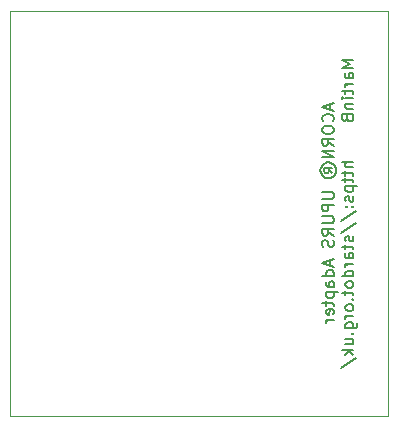
<source format=gbr>
%TF.GenerationSoftware,KiCad,Pcbnew,(5.1.7-0-10_14)*%
%TF.CreationDate,2020-10-13T23:49:25+02:00*%
%TF.ProjectId,UPURS Adapter,55505552-5320-4416-9461-707465722e6b,rev?*%
%TF.SameCoordinates,Original*%
%TF.FileFunction,Legend,Bot*%
%TF.FilePolarity,Positive*%
%FSLAX46Y46*%
G04 Gerber Fmt 4.6, Leading zero omitted, Abs format (unit mm)*
G04 Created by KiCad (PCBNEW (5.1.7-0-10_14)) date 2020-10-13 23:49:25*
%MOMM*%
%LPD*%
G01*
G04 APERTURE LIST*
%ADD10C,0.150000*%
%TA.AperFunction,Profile*%
%ADD11C,0.050000*%
%TD*%
G04 APERTURE END LIST*
D10*
X73890666Y-52991904D02*
X73890666Y-53468095D01*
X74176380Y-52896666D02*
X73176380Y-53230000D01*
X74176380Y-53563333D01*
X74081142Y-54468095D02*
X74128761Y-54420476D01*
X74176380Y-54277619D01*
X74176380Y-54182380D01*
X74128761Y-54039523D01*
X74033523Y-53944285D01*
X73938285Y-53896666D01*
X73747809Y-53849047D01*
X73604952Y-53849047D01*
X73414476Y-53896666D01*
X73319238Y-53944285D01*
X73224000Y-54039523D01*
X73176380Y-54182380D01*
X73176380Y-54277619D01*
X73224000Y-54420476D01*
X73271619Y-54468095D01*
X73176380Y-55087142D02*
X73176380Y-55277619D01*
X73224000Y-55372857D01*
X73319238Y-55468095D01*
X73509714Y-55515714D01*
X73843047Y-55515714D01*
X74033523Y-55468095D01*
X74128761Y-55372857D01*
X74176380Y-55277619D01*
X74176380Y-55087142D01*
X74128761Y-54991904D01*
X74033523Y-54896666D01*
X73843047Y-54849047D01*
X73509714Y-54849047D01*
X73319238Y-54896666D01*
X73224000Y-54991904D01*
X73176380Y-55087142D01*
X74176380Y-56515714D02*
X73700190Y-56182380D01*
X74176380Y-55944285D02*
X73176380Y-55944285D01*
X73176380Y-56325238D01*
X73224000Y-56420476D01*
X73271619Y-56468095D01*
X73366857Y-56515714D01*
X73509714Y-56515714D01*
X73604952Y-56468095D01*
X73652571Y-56420476D01*
X73700190Y-56325238D01*
X73700190Y-55944285D01*
X74176380Y-56944285D02*
X73176380Y-56944285D01*
X74176380Y-57515714D01*
X73176380Y-57515714D01*
X74033523Y-58849047D02*
X73747809Y-58610952D01*
X74033523Y-58420476D02*
X73366857Y-58420476D01*
X73366857Y-58706190D01*
X73414476Y-58801428D01*
X73509714Y-58849047D01*
X73604952Y-58849047D01*
X73700190Y-58801428D01*
X73747809Y-58706190D01*
X73747809Y-58420476D01*
X73033523Y-58610952D02*
X73081142Y-58372857D01*
X73224000Y-58134761D01*
X73462095Y-57991904D01*
X73700190Y-57944285D01*
X73938285Y-57991904D01*
X74176380Y-58134761D01*
X74319238Y-58372857D01*
X74366857Y-58610952D01*
X74319238Y-58849047D01*
X74176380Y-59087142D01*
X73938285Y-59230000D01*
X73700190Y-59277619D01*
X73462095Y-59230000D01*
X73224000Y-59087142D01*
X73081142Y-58849047D01*
X73033523Y-58610952D01*
X73176380Y-60468095D02*
X73985904Y-60468095D01*
X74081142Y-60515714D01*
X74128761Y-60563333D01*
X74176380Y-60658571D01*
X74176380Y-60849047D01*
X74128761Y-60944285D01*
X74081142Y-60991904D01*
X73985904Y-61039523D01*
X73176380Y-61039523D01*
X74176380Y-61515714D02*
X73176380Y-61515714D01*
X73176380Y-61896666D01*
X73224000Y-61991904D01*
X73271619Y-62039523D01*
X73366857Y-62087142D01*
X73509714Y-62087142D01*
X73604952Y-62039523D01*
X73652571Y-61991904D01*
X73700190Y-61896666D01*
X73700190Y-61515714D01*
X73176380Y-62515714D02*
X73985904Y-62515714D01*
X74081142Y-62563333D01*
X74128761Y-62610952D01*
X74176380Y-62706190D01*
X74176380Y-62896666D01*
X74128761Y-62991904D01*
X74081142Y-63039523D01*
X73985904Y-63087142D01*
X73176380Y-63087142D01*
X74176380Y-64134761D02*
X73700190Y-63801428D01*
X74176380Y-63563333D02*
X73176380Y-63563333D01*
X73176380Y-63944285D01*
X73224000Y-64039523D01*
X73271619Y-64087142D01*
X73366857Y-64134761D01*
X73509714Y-64134761D01*
X73604952Y-64087142D01*
X73652571Y-64039523D01*
X73700190Y-63944285D01*
X73700190Y-63563333D01*
X74128761Y-64515714D02*
X74176380Y-64658571D01*
X74176380Y-64896666D01*
X74128761Y-64991904D01*
X74081142Y-65039523D01*
X73985904Y-65087142D01*
X73890666Y-65087142D01*
X73795428Y-65039523D01*
X73747809Y-64991904D01*
X73700190Y-64896666D01*
X73652571Y-64706190D01*
X73604952Y-64610952D01*
X73557333Y-64563333D01*
X73462095Y-64515714D01*
X73366857Y-64515714D01*
X73271619Y-64563333D01*
X73224000Y-64610952D01*
X73176380Y-64706190D01*
X73176380Y-64944285D01*
X73224000Y-65087142D01*
X73890666Y-66230000D02*
X73890666Y-66706190D01*
X74176380Y-66134761D02*
X73176380Y-66468095D01*
X74176380Y-66801428D01*
X74176380Y-67563333D02*
X73176380Y-67563333D01*
X74128761Y-67563333D02*
X74176380Y-67468095D01*
X74176380Y-67277619D01*
X74128761Y-67182380D01*
X74081142Y-67134761D01*
X73985904Y-67087142D01*
X73700190Y-67087142D01*
X73604952Y-67134761D01*
X73557333Y-67182380D01*
X73509714Y-67277619D01*
X73509714Y-67468095D01*
X73557333Y-67563333D01*
X74176380Y-68468095D02*
X73652571Y-68468095D01*
X73557333Y-68420476D01*
X73509714Y-68325238D01*
X73509714Y-68134761D01*
X73557333Y-68039523D01*
X74128761Y-68468095D02*
X74176380Y-68372857D01*
X74176380Y-68134761D01*
X74128761Y-68039523D01*
X74033523Y-67991904D01*
X73938285Y-67991904D01*
X73843047Y-68039523D01*
X73795428Y-68134761D01*
X73795428Y-68372857D01*
X73747809Y-68468095D01*
X73509714Y-68944285D02*
X74509714Y-68944285D01*
X73557333Y-68944285D02*
X73509714Y-69039523D01*
X73509714Y-69230000D01*
X73557333Y-69325238D01*
X73604952Y-69372857D01*
X73700190Y-69420476D01*
X73985904Y-69420476D01*
X74081142Y-69372857D01*
X74128761Y-69325238D01*
X74176380Y-69230000D01*
X74176380Y-69039523D01*
X74128761Y-68944285D01*
X73509714Y-69706190D02*
X73509714Y-70087142D01*
X73176380Y-69849047D02*
X74033523Y-69849047D01*
X74128761Y-69896666D01*
X74176380Y-69991904D01*
X74176380Y-70087142D01*
X74128761Y-70801428D02*
X74176380Y-70706190D01*
X74176380Y-70515714D01*
X74128761Y-70420476D01*
X74033523Y-70372857D01*
X73652571Y-70372857D01*
X73557333Y-70420476D01*
X73509714Y-70515714D01*
X73509714Y-70706190D01*
X73557333Y-70801428D01*
X73652571Y-70849047D01*
X73747809Y-70849047D01*
X73843047Y-70372857D01*
X74176380Y-71277619D02*
X73509714Y-71277619D01*
X73700190Y-71277619D02*
X73604952Y-71325238D01*
X73557333Y-71372857D01*
X73509714Y-71468095D01*
X73509714Y-71563333D01*
X75826380Y-49253809D02*
X74826380Y-49253809D01*
X75540666Y-49587142D01*
X74826380Y-49920476D01*
X75826380Y-49920476D01*
X75826380Y-50825238D02*
X75302571Y-50825238D01*
X75207333Y-50777619D01*
X75159714Y-50682380D01*
X75159714Y-50491904D01*
X75207333Y-50396666D01*
X75778761Y-50825238D02*
X75826380Y-50730000D01*
X75826380Y-50491904D01*
X75778761Y-50396666D01*
X75683523Y-50349047D01*
X75588285Y-50349047D01*
X75493047Y-50396666D01*
X75445428Y-50491904D01*
X75445428Y-50730000D01*
X75397809Y-50825238D01*
X75826380Y-51301428D02*
X75159714Y-51301428D01*
X75350190Y-51301428D02*
X75254952Y-51349047D01*
X75207333Y-51396666D01*
X75159714Y-51491904D01*
X75159714Y-51587142D01*
X75159714Y-51777619D02*
X75159714Y-52158571D01*
X74826380Y-51920476D02*
X75683523Y-51920476D01*
X75778761Y-51968095D01*
X75826380Y-52063333D01*
X75826380Y-52158571D01*
X75826380Y-52491904D02*
X75159714Y-52491904D01*
X74826380Y-52491904D02*
X74874000Y-52444285D01*
X74921619Y-52491904D01*
X74874000Y-52539523D01*
X74826380Y-52491904D01*
X74921619Y-52491904D01*
X75159714Y-52968095D02*
X75826380Y-52968095D01*
X75254952Y-52968095D02*
X75207333Y-53015714D01*
X75159714Y-53110952D01*
X75159714Y-53253809D01*
X75207333Y-53349047D01*
X75302571Y-53396666D01*
X75826380Y-53396666D01*
X75302571Y-54206190D02*
X75350190Y-54349047D01*
X75397809Y-54396666D01*
X75493047Y-54444285D01*
X75635904Y-54444285D01*
X75731142Y-54396666D01*
X75778761Y-54349047D01*
X75826380Y-54253809D01*
X75826380Y-53872857D01*
X74826380Y-53872857D01*
X74826380Y-54206190D01*
X74874000Y-54301428D01*
X74921619Y-54349047D01*
X75016857Y-54396666D01*
X75112095Y-54396666D01*
X75207333Y-54349047D01*
X75254952Y-54301428D01*
X75302571Y-54206190D01*
X75302571Y-53872857D01*
X75826380Y-57920476D02*
X74826380Y-57920476D01*
X75826380Y-58349047D02*
X75302571Y-58349047D01*
X75207333Y-58301428D01*
X75159714Y-58206190D01*
X75159714Y-58063333D01*
X75207333Y-57968095D01*
X75254952Y-57920476D01*
X75159714Y-58682380D02*
X75159714Y-59063333D01*
X74826380Y-58825238D02*
X75683523Y-58825238D01*
X75778761Y-58872857D01*
X75826380Y-58968095D01*
X75826380Y-59063333D01*
X75159714Y-59253809D02*
X75159714Y-59634761D01*
X74826380Y-59396666D02*
X75683523Y-59396666D01*
X75778761Y-59444285D01*
X75826380Y-59539523D01*
X75826380Y-59634761D01*
X75159714Y-59968095D02*
X76159714Y-59968095D01*
X75207333Y-59968095D02*
X75159714Y-60063333D01*
X75159714Y-60253809D01*
X75207333Y-60349047D01*
X75254952Y-60396666D01*
X75350190Y-60444285D01*
X75635904Y-60444285D01*
X75731142Y-60396666D01*
X75778761Y-60349047D01*
X75826380Y-60253809D01*
X75826380Y-60063333D01*
X75778761Y-59968095D01*
X75778761Y-60825238D02*
X75826380Y-60920476D01*
X75826380Y-61110952D01*
X75778761Y-61206190D01*
X75683523Y-61253809D01*
X75635904Y-61253809D01*
X75540666Y-61206190D01*
X75493047Y-61110952D01*
X75493047Y-60968095D01*
X75445428Y-60872857D01*
X75350190Y-60825238D01*
X75302571Y-60825238D01*
X75207333Y-60872857D01*
X75159714Y-60968095D01*
X75159714Y-61110952D01*
X75207333Y-61206190D01*
X75731142Y-61682380D02*
X75778761Y-61729999D01*
X75826380Y-61682380D01*
X75778761Y-61634761D01*
X75731142Y-61682380D01*
X75826380Y-61682380D01*
X75207333Y-61682380D02*
X75254952Y-61729999D01*
X75302571Y-61682380D01*
X75254952Y-61634761D01*
X75207333Y-61682380D01*
X75302571Y-61682380D01*
X74778761Y-62872857D02*
X76064476Y-62015714D01*
X74778761Y-63920476D02*
X76064476Y-63063333D01*
X75778761Y-64206190D02*
X75826380Y-64301428D01*
X75826380Y-64491904D01*
X75778761Y-64587142D01*
X75683523Y-64634761D01*
X75635904Y-64634761D01*
X75540666Y-64587142D01*
X75493047Y-64491904D01*
X75493047Y-64349047D01*
X75445428Y-64253809D01*
X75350190Y-64206190D01*
X75302571Y-64206190D01*
X75207333Y-64253809D01*
X75159714Y-64349047D01*
X75159714Y-64491904D01*
X75207333Y-64587142D01*
X75159714Y-64920476D02*
X75159714Y-65301428D01*
X74826380Y-65063333D02*
X75683523Y-65063333D01*
X75778761Y-65110952D01*
X75826380Y-65206190D01*
X75826380Y-65301428D01*
X75826380Y-66063333D02*
X75302571Y-66063333D01*
X75207333Y-66015714D01*
X75159714Y-65920476D01*
X75159714Y-65729999D01*
X75207333Y-65634761D01*
X75778761Y-66063333D02*
X75826380Y-65968095D01*
X75826380Y-65729999D01*
X75778761Y-65634761D01*
X75683523Y-65587142D01*
X75588285Y-65587142D01*
X75493047Y-65634761D01*
X75445428Y-65729999D01*
X75445428Y-65968095D01*
X75397809Y-66063333D01*
X75826380Y-66539523D02*
X75159714Y-66539523D01*
X75350190Y-66539523D02*
X75254952Y-66587142D01*
X75207333Y-66634761D01*
X75159714Y-66729999D01*
X75159714Y-66825238D01*
X75826380Y-67587142D02*
X74826380Y-67587142D01*
X75778761Y-67587142D02*
X75826380Y-67491904D01*
X75826380Y-67301428D01*
X75778761Y-67206190D01*
X75731142Y-67158571D01*
X75635904Y-67110952D01*
X75350190Y-67110952D01*
X75254952Y-67158571D01*
X75207333Y-67206190D01*
X75159714Y-67301428D01*
X75159714Y-67491904D01*
X75207333Y-67587142D01*
X75826380Y-68206190D02*
X75778761Y-68110952D01*
X75731142Y-68063333D01*
X75635904Y-68015714D01*
X75350190Y-68015714D01*
X75254952Y-68063333D01*
X75207333Y-68110952D01*
X75159714Y-68206190D01*
X75159714Y-68349047D01*
X75207333Y-68444285D01*
X75254952Y-68491904D01*
X75350190Y-68539523D01*
X75635904Y-68539523D01*
X75731142Y-68491904D01*
X75778761Y-68444285D01*
X75826380Y-68349047D01*
X75826380Y-68206190D01*
X75159714Y-68825238D02*
X75159714Y-69206190D01*
X74826380Y-68968095D02*
X75683523Y-68968095D01*
X75778761Y-69015714D01*
X75826380Y-69110952D01*
X75826380Y-69206190D01*
X75731142Y-69539523D02*
X75778761Y-69587142D01*
X75826380Y-69539523D01*
X75778761Y-69491904D01*
X75731142Y-69539523D01*
X75826380Y-69539523D01*
X75826380Y-70158571D02*
X75778761Y-70063333D01*
X75731142Y-70015714D01*
X75635904Y-69968095D01*
X75350190Y-69968095D01*
X75254952Y-70015714D01*
X75207333Y-70063333D01*
X75159714Y-70158571D01*
X75159714Y-70301428D01*
X75207333Y-70396666D01*
X75254952Y-70444285D01*
X75350190Y-70491904D01*
X75635904Y-70491904D01*
X75731142Y-70444285D01*
X75778761Y-70396666D01*
X75826380Y-70301428D01*
X75826380Y-70158571D01*
X75826380Y-70920476D02*
X75159714Y-70920476D01*
X75350190Y-70920476D02*
X75254952Y-70968095D01*
X75207333Y-71015714D01*
X75159714Y-71110952D01*
X75159714Y-71206190D01*
X75159714Y-71968095D02*
X75969238Y-71968095D01*
X76064476Y-71920476D01*
X76112095Y-71872857D01*
X76159714Y-71777619D01*
X76159714Y-71634761D01*
X76112095Y-71539523D01*
X75778761Y-71968095D02*
X75826380Y-71872857D01*
X75826380Y-71682380D01*
X75778761Y-71587142D01*
X75731142Y-71539523D01*
X75635904Y-71491904D01*
X75350190Y-71491904D01*
X75254952Y-71539523D01*
X75207333Y-71587142D01*
X75159714Y-71682380D01*
X75159714Y-71872857D01*
X75207333Y-71968095D01*
X75731142Y-72444285D02*
X75778761Y-72491904D01*
X75826380Y-72444285D01*
X75778761Y-72396666D01*
X75731142Y-72444285D01*
X75826380Y-72444285D01*
X75159714Y-73349047D02*
X75826380Y-73349047D01*
X75159714Y-72920476D02*
X75683523Y-72920476D01*
X75778761Y-72968095D01*
X75826380Y-73063333D01*
X75826380Y-73206190D01*
X75778761Y-73301428D01*
X75731142Y-73349047D01*
X75826380Y-73825238D02*
X74826380Y-73825238D01*
X75445428Y-73920476D02*
X75826380Y-74206190D01*
X75159714Y-74206190D02*
X75540666Y-73825238D01*
X74778761Y-75349047D02*
X76064476Y-74491904D01*
D11*
X46736000Y-79375000D02*
X46736000Y-45085000D01*
X78740000Y-79375000D02*
X46736000Y-79375000D01*
X78740000Y-45085000D02*
X78740000Y-79375000D01*
X46736000Y-45085000D02*
X78740000Y-45085000D01*
M02*

</source>
